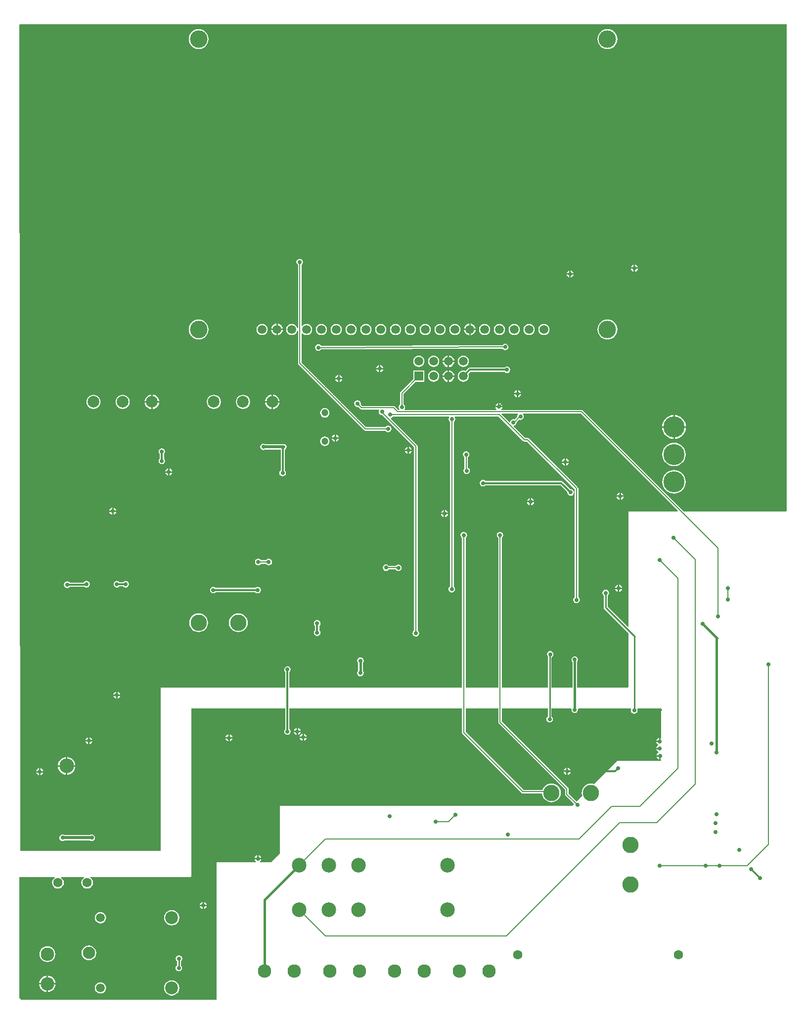
<source format=gbl>
G04 Layer_Physical_Order=2*
G04 Layer_Color=16711680*
%FSLAX43Y43*%
%MOMM*%
G71*
G01*
G75*
%ADD40C,0.200*%
%ADD41C,0.250*%
%ADD43C,0.300*%
%ADD44C,0.400*%
%ADD49C,0.500*%
%ADD66C,2.300*%
%ADD67C,2.500*%
%ADD68C,1.500*%
%ADD69R,1.500X1.500*%
%ADD70C,1.200*%
%ADD71C,2.800*%
%ADD72C,2.200*%
%ADD73C,2.100*%
%ADD74C,1.600*%
%ADD75C,3.000*%
%ADD76C,2.000*%
%ADD77C,3.600*%
%ADD78C,0.700*%
G36*
X110784Y169667D02*
X110682Y169515D01*
X110639Y169300D01*
X110644Y169276D01*
X110190Y168823D01*
X110000Y168861D01*
X109785Y168818D01*
X109603Y168697D01*
X109482Y168515D01*
X109451Y168361D01*
X109316Y168316D01*
X107956Y169677D01*
X108004Y169794D01*
X110738D01*
X110784Y169667D01*
D02*
G37*
G36*
X156769Y153238D02*
X156820Y153187D01*
X156693Y153060D01*
X139142D01*
X121886Y170316D01*
X121787Y170383D01*
X121670Y170406D01*
X121670Y170406D01*
X107927D01*
X107888Y170533D01*
X107935Y170565D01*
X108069Y170764D01*
X108091Y170873D01*
X106909D01*
X106931Y170764D01*
X107065Y170565D01*
X107112Y170533D01*
X107073Y170406D01*
X91362D01*
X91316Y170533D01*
X91418Y170685D01*
X91461Y170900D01*
X91418Y171115D01*
X91297Y171297D01*
X91206Y171357D01*
Y173173D01*
X93283Y175250D01*
X94750D01*
Y177150D01*
X92850D01*
Y175683D01*
X90684Y173516D01*
X90617Y173417D01*
X90594Y173300D01*
X90594Y173300D01*
Y171357D01*
X90503Y171297D01*
X90382Y171115D01*
X90339Y170900D01*
X90382Y170685D01*
X90481Y170538D01*
X90435Y170425D01*
X90321Y170412D01*
X89712Y171020D01*
X89613Y171087D01*
X89496Y171110D01*
X89496Y171110D01*
X84123D01*
X83840Y171393D01*
X83861Y171500D01*
X83818Y171715D01*
X83697Y171897D01*
X83515Y172018D01*
X83300Y172061D01*
X83085Y172018D01*
X82903Y171897D01*
X82782Y171715D01*
X82739Y171500D01*
X82782Y171285D01*
X82903Y171103D01*
X83085Y170982D01*
X83300Y170939D01*
X83407Y170960D01*
X83780Y170588D01*
X83780Y170588D01*
X83879Y170521D01*
X83996Y170498D01*
X83996Y170498D01*
X86952D01*
X87020Y170371D01*
X86982Y170315D01*
X86939Y170100D01*
X86982Y169885D01*
X87103Y169703D01*
X87285Y169582D01*
X87500Y169539D01*
X87527Y169545D01*
X92994Y164078D01*
Y132657D01*
X92903Y132597D01*
X92782Y132415D01*
X92739Y132200D01*
X92782Y131985D01*
X92903Y131803D01*
X93085Y131682D01*
X93300Y131639D01*
X93515Y131682D01*
X93697Y131803D01*
X93818Y131985D01*
X93861Y132200D01*
X93818Y132415D01*
X93697Y132597D01*
X93606Y132657D01*
Y164204D01*
X93606Y164204D01*
X93583Y164321D01*
X93516Y164421D01*
X93516Y164421D01*
X89006Y168931D01*
X89048Y169069D01*
X89115Y169082D01*
X89297Y169203D01*
X89357Y169294D01*
X98960D01*
X99028Y169167D01*
X98948Y169048D01*
X98906Y168834D01*
X98948Y168619D01*
X99070Y168437D01*
X99161Y168377D01*
Y140225D01*
X99044Y140147D01*
X98923Y139965D01*
X98880Y139751D01*
X98923Y139536D01*
X99044Y139354D01*
X99226Y139233D01*
X99441Y139190D01*
X99656Y139233D01*
X99838Y139354D01*
X99959Y139536D01*
X100002Y139751D01*
X99959Y139965D01*
X99838Y140147D01*
X99772Y140191D01*
Y168377D01*
X99863Y168437D01*
X99984Y168619D01*
X100027Y168834D01*
X99984Y169048D01*
X99905Y169167D01*
X99973Y169294D01*
X107473D01*
X111671Y165097D01*
X111770Y165030D01*
X111887Y165007D01*
X111887Y165007D01*
X112335D01*
X120494Y156848D01*
Y138357D01*
X120403Y138297D01*
X120282Y138115D01*
X120239Y137900D01*
X120282Y137685D01*
X120403Y137503D01*
X120585Y137382D01*
X120800Y137339D01*
X121015Y137382D01*
X121197Y137503D01*
X121318Y137685D01*
X121361Y137900D01*
X121318Y138115D01*
X121197Y138297D01*
X121106Y138357D01*
Y156974D01*
X121083Y157091D01*
X121016Y157191D01*
X112678Y165529D01*
X112578Y165596D01*
X112461Y165619D01*
X112461Y165619D01*
X112014D01*
X110016Y167616D01*
X110061Y167751D01*
X110215Y167782D01*
X110397Y167903D01*
X110518Y168085D01*
X110561Y168300D01*
X110556Y168324D01*
X111010Y168777D01*
X111200Y168739D01*
X111415Y168782D01*
X111597Y168903D01*
X111718Y169085D01*
X111761Y169300D01*
X111718Y169515D01*
X111616Y169667D01*
X111662Y169794D01*
X121543D01*
X138159Y153178D01*
X138111Y153060D01*
X129692D01*
Y133342D01*
X129575Y133294D01*
X126131Y136737D01*
Y138660D01*
X126197Y138703D01*
X126318Y138885D01*
X126361Y139100D01*
X126318Y139315D01*
X126197Y139497D01*
X126015Y139618D01*
X125800Y139661D01*
X125585Y139618D01*
X125403Y139497D01*
X125282Y139315D01*
X125239Y139100D01*
X125282Y138885D01*
X125403Y138703D01*
X125469Y138660D01*
Y136600D01*
X125494Y136473D01*
X125566Y136366D01*
X129692Y132239D01*
Y123063D01*
X129529Y122900D01*
X120908D01*
Y127320D01*
X121018Y127485D01*
X121061Y127700D01*
X121018Y127915D01*
X120897Y128097D01*
X120715Y128218D01*
X120500Y128261D01*
X120285Y128218D01*
X120103Y128097D01*
X119982Y127915D01*
X119939Y127700D01*
X119982Y127485D01*
X120092Y127320D01*
Y122900D01*
X116531D01*
Y128093D01*
X116697Y128203D01*
X116818Y128385D01*
X116861Y128600D01*
X116818Y128815D01*
X116697Y128997D01*
X116515Y129118D01*
X116300Y129161D01*
X116085Y129118D01*
X115903Y128997D01*
X115782Y128815D01*
X115739Y128600D01*
X115782Y128385D01*
X115869Y128256D01*
Y122900D01*
X108006D01*
Y148543D01*
X108097Y148603D01*
X108218Y148785D01*
X108261Y149000D01*
X108218Y149215D01*
X108097Y149397D01*
X107915Y149518D01*
X107700Y149561D01*
X107485Y149518D01*
X107303Y149397D01*
X107182Y149215D01*
X107139Y149000D01*
X107182Y148785D01*
X107303Y148603D01*
X107394Y148543D01*
Y122900D01*
X101806D01*
Y148543D01*
X101897Y148603D01*
X102018Y148785D01*
X102061Y149000D01*
X102018Y149215D01*
X101897Y149397D01*
X101715Y149518D01*
X101500Y149561D01*
X101285Y149518D01*
X101103Y149397D01*
X100982Y149215D01*
X100939Y149000D01*
X100982Y148785D01*
X101103Y148603D01*
X101194Y148543D01*
Y122900D01*
X71657D01*
Y125577D01*
X71697Y125603D01*
X71818Y125785D01*
X71861Y126000D01*
X71818Y126215D01*
X71697Y126397D01*
X71515Y126518D01*
X71300Y126561D01*
X71085Y126518D01*
X70903Y126397D01*
X70782Y126215D01*
X70739Y126000D01*
X70782Y125785D01*
X70903Y125603D01*
X70943Y125577D01*
Y122900D01*
X49600D01*
Y94948D01*
X49590Y94944D01*
X25537D01*
X25375Y236308D01*
X25464Y236398D01*
X156769D01*
Y153238D01*
D02*
G37*
G36*
X135509Y119101D02*
X135306Y118897D01*
Y114385D01*
X135179Y114281D01*
Y113690D01*
X135052D01*
Y113563D01*
X134461D01*
X134483Y113455D01*
X134616Y113255D01*
X134775Y113149D01*
X134782Y113017D01*
X134778Y113006D01*
X134630Y112907D01*
X134496Y112707D01*
X134474Y112598D01*
X135065D01*
Y112344D01*
X134474D01*
X134496Y112236D01*
X134630Y112036D01*
X134829Y111902D01*
X134842Y111900D01*
Y111770D01*
X134842Y111770D01*
X134642Y111637D01*
X134508Y111437D01*
X134487Y111328D01*
X135077D01*
Y111201D01*
X135204D01*
Y110611D01*
X135208Y110611D01*
X135306Y110531D01*
Y110338D01*
X127787D01*
X123854Y106404D01*
X123614Y106477D01*
X123300Y106508D01*
X122986Y106477D01*
X122685Y106385D01*
X122407Y106237D01*
X122163Y106037D01*
X121963Y105793D01*
X121815Y105515D01*
X121723Y105214D01*
X121692Y104900D01*
X121723Y104586D01*
X121796Y104346D01*
X120841Y103391D01*
X119457Y104775D01*
Y105549D01*
X119457Y105549D01*
X119434Y105666D01*
X119368Y105765D01*
X119368Y105765D01*
X108006Y117127D01*
Y119304D01*
X115869D01*
Y117940D01*
X115803Y117897D01*
X115682Y117715D01*
X115639Y117500D01*
X115682Y117285D01*
X115803Y117103D01*
X115985Y116982D01*
X116200Y116939D01*
X116415Y116982D01*
X116597Y117103D01*
X116718Y117285D01*
X116761Y117500D01*
X116718Y117715D01*
X116597Y117897D01*
X116531Y117940D01*
Y119304D01*
X119880D01*
X119960Y119206D01*
X119939Y119100D01*
X119982Y118885D01*
X120103Y118703D01*
X120285Y118582D01*
X120500Y118539D01*
X120715Y118582D01*
X120897Y118703D01*
X121018Y118885D01*
X121061Y119100D01*
X121040Y119206D01*
X121120Y119304D01*
X130084D01*
X130158Y119177D01*
X130122Y118999D01*
X130165Y118784D01*
X130286Y118602D01*
X130468Y118481D01*
X130683Y118438D01*
X130898Y118481D01*
X131080Y118602D01*
X131201Y118784D01*
X131244Y118999D01*
X131208Y119177D01*
X131282Y119304D01*
X135306D01*
X135509Y119101D01*
D02*
G37*
G36*
X107394Y117000D02*
X107394Y117000D01*
X107417Y116883D01*
X107484Y116784D01*
X118846Y105422D01*
Y104648D01*
X118846Y104648D01*
X118869Y104531D01*
X118935Y104432D01*
X120408Y102959D01*
X120117Y102667D01*
X70002D01*
Y98146D01*
Y94488D01*
X68504Y92989D01*
X66609D01*
X66570Y93116D01*
X66679Y93189D01*
X66812Y93389D01*
X66834Y93497D01*
X65653D01*
X65674Y93389D01*
X65808Y93189D01*
X65916Y93116D01*
X65878Y92989D01*
X59182D01*
Y69621D01*
X59207Y69596D01*
X59106Y69494D01*
X25655D01*
X25635Y69592D01*
X25580Y69675D01*
X25555Y69700D01*
X25472Y69755D01*
X25400Y69770D01*
Y90424D01*
X25421Y90475D01*
X31436Y90480D01*
X31443Y90469D01*
X31469Y90353D01*
X31287Y90213D01*
X31126Y90004D01*
X31026Y89761D01*
X30991Y89500D01*
X31026Y89239D01*
X31126Y88996D01*
X31287Y88787D01*
X31496Y88627D01*
X31739Y88526D01*
X32000Y88491D01*
X32261Y88526D01*
X32504Y88627D01*
X32713Y88787D01*
X32874Y88996D01*
X32974Y89239D01*
X33009Y89500D01*
X32974Y89761D01*
X32874Y90004D01*
X32713Y90213D01*
X32530Y90354D01*
X32552Y90462D01*
X32563Y90481D01*
X36441Y90484D01*
X36463Y90440D01*
X36475Y90357D01*
X36287Y90213D01*
X36126Y90004D01*
X36026Y89761D01*
X35991Y89500D01*
X36026Y89239D01*
X36126Y88996D01*
X36287Y88787D01*
X36496Y88627D01*
X36739Y88526D01*
X37000Y88491D01*
X37261Y88526D01*
X37504Y88627D01*
X37713Y88787D01*
X37874Y88996D01*
X37974Y89239D01*
X38009Y89500D01*
X37974Y89761D01*
X37874Y90004D01*
X37713Y90213D01*
X37524Y90358D01*
X37534Y90434D01*
X37558Y90485D01*
X54762Y90500D01*
X54864Y90602D01*
Y119304D01*
X70943D01*
Y115823D01*
X70903Y115797D01*
X70782Y115615D01*
X70739Y115400D01*
X70782Y115185D01*
X70903Y115003D01*
X71085Y114882D01*
X71300Y114839D01*
X71515Y114882D01*
X71697Y115003D01*
X71818Y115185D01*
X71861Y115400D01*
X71818Y115615D01*
X71697Y115797D01*
X71657Y115823D01*
Y119304D01*
X101194D01*
Y115200D01*
X101194Y115200D01*
X101217Y115083D01*
X101284Y114984D01*
X111384Y104884D01*
X111384Y104884D01*
X111483Y104817D01*
X111600Y104794D01*
X111600Y104794D01*
X114903D01*
X114923Y104586D01*
X115015Y104285D01*
X115163Y104007D01*
X115363Y103763D01*
X115607Y103563D01*
X115885Y103415D01*
X116186Y103323D01*
X116500Y103292D01*
X116814Y103323D01*
X117115Y103415D01*
X117393Y103563D01*
X117637Y103763D01*
X117837Y104007D01*
X117985Y104285D01*
X118077Y104586D01*
X118108Y104900D01*
X118077Y105214D01*
X117985Y105515D01*
X117837Y105793D01*
X117637Y106037D01*
X117393Y106237D01*
X117115Y106385D01*
X116814Y106477D01*
X116500Y106508D01*
X116186Y106477D01*
X115885Y106385D01*
X115607Y106237D01*
X115363Y106037D01*
X115163Y105793D01*
X115015Y105515D01*
X114981Y105406D01*
X111727D01*
X101806Y115327D01*
Y119304D01*
X107394D01*
Y117000D01*
D02*
G37*
%LPC*%
G36*
X126100Y235608D02*
X125767Y235575D01*
X125446Y235478D01*
X125151Y235320D01*
X124892Y235108D01*
X124680Y234849D01*
X124522Y234554D01*
X124425Y234233D01*
X124392Y233900D01*
X124425Y233567D01*
X124522Y233246D01*
X124680Y232951D01*
X124892Y232692D01*
X125151Y232480D01*
X125446Y232322D01*
X125767Y232225D01*
X126100Y232192D01*
X126433Y232225D01*
X126754Y232322D01*
X127049Y232480D01*
X127308Y232692D01*
X127520Y232951D01*
X127678Y233246D01*
X127775Y233567D01*
X127808Y233900D01*
X127775Y234233D01*
X127678Y234554D01*
X127520Y234849D01*
X127308Y235108D01*
X127049Y235320D01*
X126754Y235478D01*
X126433Y235575D01*
X126100Y235608D01*
D02*
G37*
G36*
X56100D02*
X55767Y235575D01*
X55446Y235478D01*
X55151Y235320D01*
X54892Y235108D01*
X54680Y234849D01*
X54522Y234554D01*
X54425Y234233D01*
X54392Y233900D01*
X54425Y233567D01*
X54522Y233246D01*
X54680Y232951D01*
X54892Y232692D01*
X55151Y232480D01*
X55446Y232322D01*
X55767Y232225D01*
X56100Y232192D01*
X56433Y232225D01*
X56754Y232322D01*
X57049Y232480D01*
X57308Y232692D01*
X57520Y232951D01*
X57678Y233246D01*
X57775Y233567D01*
X57808Y233900D01*
X57775Y234233D01*
X57678Y234554D01*
X57520Y234849D01*
X57308Y235108D01*
X57049Y235320D01*
X56754Y235478D01*
X56433Y235575D01*
X56100Y235608D01*
D02*
G37*
G36*
X130827Y195291D02*
Y194827D01*
X131291D01*
X131269Y194936D01*
X131135Y195135D01*
X130936Y195269D01*
X130827Y195291D01*
D02*
G37*
G36*
X130573D02*
X130464Y195269D01*
X130265Y195135D01*
X130131Y194936D01*
X130109Y194827D01*
X130573D01*
Y195291D01*
D02*
G37*
G36*
X131291Y194573D02*
X130827D01*
Y194109D01*
X130936Y194131D01*
X131135Y194265D01*
X131269Y194464D01*
X131291Y194573D01*
D02*
G37*
G36*
X130573D02*
X130109D01*
X130131Y194464D01*
X130265Y194265D01*
X130464Y194131D01*
X130573Y194109D01*
Y194573D01*
D02*
G37*
G36*
X119827Y194291D02*
Y193827D01*
X120291D01*
X120269Y193936D01*
X120135Y194135D01*
X119936Y194269D01*
X119827Y194291D01*
D02*
G37*
G36*
X119573D02*
X119464Y194269D01*
X119265Y194135D01*
X119131Y193936D01*
X119109Y193827D01*
X119573D01*
Y194291D01*
D02*
G37*
G36*
X120291Y193573D02*
X119827D01*
Y193109D01*
X119936Y193131D01*
X120135Y193265D01*
X120269Y193464D01*
X120291Y193573D01*
D02*
G37*
G36*
X119573D02*
X119109D01*
X119131Y193464D01*
X119265Y193265D01*
X119464Y193131D01*
X119573Y193109D01*
Y193573D01*
D02*
G37*
G36*
X73406Y196293D02*
X73191Y196250D01*
X73009Y196129D01*
X72888Y195947D01*
X72845Y195732D01*
X72888Y195518D01*
X73009Y195336D01*
X73100Y195275D01*
Y184467D01*
X72976Y184448D01*
X72880Y184679D01*
X72728Y184878D01*
X72529Y185030D01*
X72298Y185126D01*
X72050Y185158D01*
X71802Y185126D01*
X71571Y185030D01*
X71372Y184878D01*
X71220Y184679D01*
X71124Y184448D01*
X71092Y184200D01*
X71124Y183952D01*
X71220Y183721D01*
X71372Y183522D01*
X71571Y183370D01*
X71802Y183274D01*
X72050Y183242D01*
X72298Y183274D01*
X72529Y183370D01*
X72728Y183522D01*
X72880Y183721D01*
X72976Y183952D01*
X73100Y183933D01*
Y178410D01*
X73100Y178410D01*
X73123Y178293D01*
X73190Y178193D01*
X84417Y166967D01*
X84516Y166900D01*
X84633Y166877D01*
X84633Y166877D01*
X88087D01*
X88148Y166786D01*
X88330Y166665D01*
X88544Y166622D01*
X88759Y166665D01*
X88941Y166786D01*
X89062Y166968D01*
X89105Y167183D01*
X89062Y167397D01*
X88941Y167579D01*
X88759Y167701D01*
X88544Y167744D01*
X88330Y167701D01*
X88148Y167579D01*
X88087Y167489D01*
X84759D01*
X73712Y178536D01*
Y183575D01*
X73839Y183618D01*
X73912Y183522D01*
X74111Y183370D01*
X74342Y183274D01*
X74590Y183242D01*
X74838Y183274D01*
X75069Y183370D01*
X75268Y183522D01*
X75420Y183721D01*
X75516Y183952D01*
X75548Y184200D01*
X75516Y184448D01*
X75420Y184679D01*
X75268Y184878D01*
X75069Y185030D01*
X74838Y185126D01*
X74590Y185158D01*
X74342Y185126D01*
X74111Y185030D01*
X73912Y184878D01*
X73839Y184782D01*
X73712Y184825D01*
Y195275D01*
X73803Y195336D01*
X73924Y195518D01*
X73967Y195732D01*
X73924Y195947D01*
X73803Y196129D01*
X73621Y196250D01*
X73406Y196293D01*
D02*
G37*
G36*
X102657Y185196D02*
Y184327D01*
X103526D01*
X103508Y184462D01*
X103407Y184706D01*
X103246Y184916D01*
X103036Y185077D01*
X102792Y185178D01*
X102657Y185196D01*
D02*
G37*
G36*
X69637D02*
Y184327D01*
X70506D01*
X70488Y184462D01*
X70387Y184706D01*
X70226Y184916D01*
X70016Y185077D01*
X69772Y185178D01*
X69637Y185196D01*
D02*
G37*
G36*
X102403D02*
X102268Y185178D01*
X102024Y185077D01*
X101814Y184916D01*
X101653Y184706D01*
X101552Y184462D01*
X101534Y184327D01*
X102403D01*
Y185196D01*
D02*
G37*
G36*
X69383D02*
X69248Y185178D01*
X69004Y185077D01*
X68794Y184916D01*
X68633Y184706D01*
X68532Y184462D01*
X68514Y184327D01*
X69383D01*
Y185196D01*
D02*
G37*
G36*
X115230Y185158D02*
X114982Y185126D01*
X114751Y185030D01*
X114552Y184878D01*
X114400Y184679D01*
X114304Y184448D01*
X114272Y184200D01*
X114304Y183952D01*
X114400Y183721D01*
X114552Y183522D01*
X114751Y183370D01*
X114982Y183274D01*
X115230Y183242D01*
X115478Y183274D01*
X115709Y183370D01*
X115908Y183522D01*
X116060Y183721D01*
X116156Y183952D01*
X116188Y184200D01*
X116156Y184448D01*
X116060Y184679D01*
X115908Y184878D01*
X115709Y185030D01*
X115478Y185126D01*
X115230Y185158D01*
D02*
G37*
G36*
X112690D02*
X112442Y185126D01*
X112211Y185030D01*
X112012Y184878D01*
X111860Y184679D01*
X111764Y184448D01*
X111732Y184200D01*
X111764Y183952D01*
X111860Y183721D01*
X112012Y183522D01*
X112211Y183370D01*
X112442Y183274D01*
X112690Y183242D01*
X112938Y183274D01*
X113169Y183370D01*
X113368Y183522D01*
X113520Y183721D01*
X113616Y183952D01*
X113648Y184200D01*
X113616Y184448D01*
X113520Y184679D01*
X113368Y184878D01*
X113169Y185030D01*
X112938Y185126D01*
X112690Y185158D01*
D02*
G37*
G36*
X110150D02*
X109902Y185126D01*
X109671Y185030D01*
X109472Y184878D01*
X109320Y184679D01*
X109224Y184448D01*
X109192Y184200D01*
X109224Y183952D01*
X109320Y183721D01*
X109472Y183522D01*
X109671Y183370D01*
X109902Y183274D01*
X110150Y183242D01*
X110398Y183274D01*
X110629Y183370D01*
X110828Y183522D01*
X110980Y183721D01*
X111076Y183952D01*
X111108Y184200D01*
X111076Y184448D01*
X110980Y184679D01*
X110828Y184878D01*
X110629Y185030D01*
X110398Y185126D01*
X110150Y185158D01*
D02*
G37*
G36*
X107610D02*
X107362Y185126D01*
X107131Y185030D01*
X106932Y184878D01*
X106780Y184679D01*
X106684Y184448D01*
X106652Y184200D01*
X106684Y183952D01*
X106780Y183721D01*
X106932Y183522D01*
X107131Y183370D01*
X107362Y183274D01*
X107610Y183242D01*
X107858Y183274D01*
X108089Y183370D01*
X108288Y183522D01*
X108440Y183721D01*
X108536Y183952D01*
X108568Y184200D01*
X108536Y184448D01*
X108440Y184679D01*
X108288Y184878D01*
X108089Y185030D01*
X107858Y185126D01*
X107610Y185158D01*
D02*
G37*
G36*
X105070D02*
X104822Y185126D01*
X104591Y185030D01*
X104392Y184878D01*
X104240Y184679D01*
X104144Y184448D01*
X104112Y184200D01*
X104144Y183952D01*
X104240Y183721D01*
X104392Y183522D01*
X104591Y183370D01*
X104822Y183274D01*
X105070Y183242D01*
X105318Y183274D01*
X105549Y183370D01*
X105748Y183522D01*
X105900Y183721D01*
X105996Y183952D01*
X106028Y184200D01*
X105996Y184448D01*
X105900Y184679D01*
X105748Y184878D01*
X105549Y185030D01*
X105318Y185126D01*
X105070Y185158D01*
D02*
G37*
G36*
X99990D02*
X99742Y185126D01*
X99511Y185030D01*
X99312Y184878D01*
X99160Y184679D01*
X99064Y184448D01*
X99032Y184200D01*
X99064Y183952D01*
X99160Y183721D01*
X99312Y183522D01*
X99511Y183370D01*
X99742Y183274D01*
X99990Y183242D01*
X100238Y183274D01*
X100469Y183370D01*
X100668Y183522D01*
X100820Y183721D01*
X100916Y183952D01*
X100948Y184200D01*
X100916Y184448D01*
X100820Y184679D01*
X100668Y184878D01*
X100469Y185030D01*
X100238Y185126D01*
X99990Y185158D01*
D02*
G37*
G36*
X97450D02*
X97202Y185126D01*
X96971Y185030D01*
X96772Y184878D01*
X96620Y184679D01*
X96524Y184448D01*
X96492Y184200D01*
X96524Y183952D01*
X96620Y183721D01*
X96772Y183522D01*
X96971Y183370D01*
X97202Y183274D01*
X97450Y183242D01*
X97698Y183274D01*
X97929Y183370D01*
X98128Y183522D01*
X98280Y183721D01*
X98376Y183952D01*
X98408Y184200D01*
X98376Y184448D01*
X98280Y184679D01*
X98128Y184878D01*
X97929Y185030D01*
X97698Y185126D01*
X97450Y185158D01*
D02*
G37*
G36*
X94910D02*
X94662Y185126D01*
X94431Y185030D01*
X94232Y184878D01*
X94080Y184679D01*
X93984Y184448D01*
X93952Y184200D01*
X93984Y183952D01*
X94080Y183721D01*
X94232Y183522D01*
X94431Y183370D01*
X94662Y183274D01*
X94910Y183242D01*
X95158Y183274D01*
X95389Y183370D01*
X95588Y183522D01*
X95740Y183721D01*
X95836Y183952D01*
X95868Y184200D01*
X95836Y184448D01*
X95740Y184679D01*
X95588Y184878D01*
X95389Y185030D01*
X95158Y185126D01*
X94910Y185158D01*
D02*
G37*
G36*
X92370D02*
X92122Y185126D01*
X91891Y185030D01*
X91692Y184878D01*
X91540Y184679D01*
X91444Y184448D01*
X91412Y184200D01*
X91444Y183952D01*
X91540Y183721D01*
X91692Y183522D01*
X91891Y183370D01*
X92122Y183274D01*
X92370Y183242D01*
X92618Y183274D01*
X92849Y183370D01*
X93048Y183522D01*
X93200Y183721D01*
X93296Y183952D01*
X93328Y184200D01*
X93296Y184448D01*
X93200Y184679D01*
X93048Y184878D01*
X92849Y185030D01*
X92618Y185126D01*
X92370Y185158D01*
D02*
G37*
G36*
X89830D02*
X89582Y185126D01*
X89351Y185030D01*
X89152Y184878D01*
X89000Y184679D01*
X88904Y184448D01*
X88872Y184200D01*
X88904Y183952D01*
X89000Y183721D01*
X89152Y183522D01*
X89351Y183370D01*
X89582Y183274D01*
X89830Y183242D01*
X90078Y183274D01*
X90309Y183370D01*
X90508Y183522D01*
X90660Y183721D01*
X90756Y183952D01*
X90788Y184200D01*
X90756Y184448D01*
X90660Y184679D01*
X90508Y184878D01*
X90309Y185030D01*
X90078Y185126D01*
X89830Y185158D01*
D02*
G37*
G36*
X87290D02*
X87042Y185126D01*
X86811Y185030D01*
X86612Y184878D01*
X86460Y184679D01*
X86364Y184448D01*
X86332Y184200D01*
X86364Y183952D01*
X86460Y183721D01*
X86612Y183522D01*
X86811Y183370D01*
X87042Y183274D01*
X87290Y183242D01*
X87538Y183274D01*
X87769Y183370D01*
X87968Y183522D01*
X88120Y183721D01*
X88216Y183952D01*
X88248Y184200D01*
X88216Y184448D01*
X88120Y184679D01*
X87968Y184878D01*
X87769Y185030D01*
X87538Y185126D01*
X87290Y185158D01*
D02*
G37*
G36*
X84750D02*
X84502Y185126D01*
X84271Y185030D01*
X84072Y184878D01*
X83920Y184679D01*
X83824Y184448D01*
X83792Y184200D01*
X83824Y183952D01*
X83920Y183721D01*
X84072Y183522D01*
X84271Y183370D01*
X84502Y183274D01*
X84750Y183242D01*
X84998Y183274D01*
X85229Y183370D01*
X85428Y183522D01*
X85580Y183721D01*
X85676Y183952D01*
X85708Y184200D01*
X85676Y184448D01*
X85580Y184679D01*
X85428Y184878D01*
X85229Y185030D01*
X84998Y185126D01*
X84750Y185158D01*
D02*
G37*
G36*
X82210D02*
X81962Y185126D01*
X81731Y185030D01*
X81532Y184878D01*
X81380Y184679D01*
X81284Y184448D01*
X81252Y184200D01*
X81284Y183952D01*
X81380Y183721D01*
X81532Y183522D01*
X81731Y183370D01*
X81962Y183274D01*
X82210Y183242D01*
X82458Y183274D01*
X82689Y183370D01*
X82888Y183522D01*
X83040Y183721D01*
X83136Y183952D01*
X83168Y184200D01*
X83136Y184448D01*
X83040Y184679D01*
X82888Y184878D01*
X82689Y185030D01*
X82458Y185126D01*
X82210Y185158D01*
D02*
G37*
G36*
X79670D02*
X79422Y185126D01*
X79191Y185030D01*
X78992Y184878D01*
X78840Y184679D01*
X78744Y184448D01*
X78712Y184200D01*
X78744Y183952D01*
X78840Y183721D01*
X78992Y183522D01*
X79191Y183370D01*
X79422Y183274D01*
X79670Y183242D01*
X79918Y183274D01*
X80149Y183370D01*
X80348Y183522D01*
X80500Y183721D01*
X80596Y183952D01*
X80628Y184200D01*
X80596Y184448D01*
X80500Y184679D01*
X80348Y184878D01*
X80149Y185030D01*
X79918Y185126D01*
X79670Y185158D01*
D02*
G37*
G36*
X77130D02*
X76882Y185126D01*
X76651Y185030D01*
X76452Y184878D01*
X76300Y184679D01*
X76204Y184448D01*
X76172Y184200D01*
X76204Y183952D01*
X76300Y183721D01*
X76452Y183522D01*
X76651Y183370D01*
X76882Y183274D01*
X77130Y183242D01*
X77378Y183274D01*
X77609Y183370D01*
X77808Y183522D01*
X77960Y183721D01*
X78056Y183952D01*
X78088Y184200D01*
X78056Y184448D01*
X77960Y184679D01*
X77808Y184878D01*
X77609Y185030D01*
X77378Y185126D01*
X77130Y185158D01*
D02*
G37*
G36*
X66970D02*
X66722Y185126D01*
X66491Y185030D01*
X66292Y184878D01*
X66140Y184679D01*
X66044Y184448D01*
X66012Y184200D01*
X66044Y183952D01*
X66140Y183721D01*
X66292Y183522D01*
X66491Y183370D01*
X66722Y183274D01*
X66970Y183242D01*
X67218Y183274D01*
X67449Y183370D01*
X67648Y183522D01*
X67800Y183721D01*
X67896Y183952D01*
X67928Y184200D01*
X67896Y184448D01*
X67800Y184679D01*
X67648Y184878D01*
X67449Y185030D01*
X67218Y185126D01*
X66970Y185158D01*
D02*
G37*
G36*
X103526Y184073D02*
X102657D01*
Y183204D01*
X102792Y183222D01*
X103036Y183323D01*
X103246Y183484D01*
X103407Y183694D01*
X103508Y183938D01*
X103526Y184073D01*
D02*
G37*
G36*
X70506D02*
X69637D01*
Y183204D01*
X69772Y183222D01*
X70016Y183323D01*
X70226Y183484D01*
X70387Y183694D01*
X70488Y183938D01*
X70506Y184073D01*
D02*
G37*
G36*
X102403D02*
X101534D01*
X101552Y183938D01*
X101653Y183694D01*
X101814Y183484D01*
X102024Y183323D01*
X102268Y183222D01*
X102403Y183204D01*
Y184073D01*
D02*
G37*
G36*
X69383D02*
X68514D01*
X68532Y183938D01*
X68633Y183694D01*
X68794Y183484D01*
X69004Y183323D01*
X69248Y183222D01*
X69383Y183204D01*
Y184073D01*
D02*
G37*
G36*
X126100Y185908D02*
X125767Y185875D01*
X125446Y185778D01*
X125151Y185620D01*
X124892Y185408D01*
X124680Y185149D01*
X124522Y184854D01*
X124425Y184533D01*
X124392Y184200D01*
X124425Y183867D01*
X124522Y183546D01*
X124680Y183251D01*
X124892Y182992D01*
X125151Y182780D01*
X125446Y182622D01*
X125767Y182525D01*
X126100Y182492D01*
X126433Y182525D01*
X126754Y182622D01*
X127049Y182780D01*
X127308Y182992D01*
X127520Y183251D01*
X127678Y183546D01*
X127775Y183867D01*
X127808Y184200D01*
X127775Y184533D01*
X127678Y184854D01*
X127520Y185149D01*
X127308Y185408D01*
X127049Y185620D01*
X126754Y185778D01*
X126433Y185875D01*
X126100Y185908D01*
D02*
G37*
G36*
X56100D02*
X55767Y185875D01*
X55446Y185778D01*
X55151Y185620D01*
X54892Y185408D01*
X54680Y185149D01*
X54522Y184854D01*
X54425Y184533D01*
X54392Y184200D01*
X54425Y183867D01*
X54522Y183546D01*
X54680Y183251D01*
X54892Y182992D01*
X55151Y182780D01*
X55446Y182622D01*
X55767Y182525D01*
X56100Y182492D01*
X56433Y182525D01*
X56754Y182622D01*
X57049Y182780D01*
X57308Y182992D01*
X57520Y183251D01*
X57678Y183546D01*
X57775Y183867D01*
X57808Y184200D01*
X57775Y184533D01*
X57678Y184854D01*
X57520Y185149D01*
X57308Y185408D01*
X57049Y185620D01*
X56754Y185778D01*
X56433Y185875D01*
X56100Y185908D01*
D02*
G37*
G36*
X108600Y181761D02*
X108385Y181718D01*
X108203Y181597D01*
X108142Y181504D01*
X77056Y181407D01*
X76997Y181497D01*
X76815Y181618D01*
X76600Y181661D01*
X76385Y181618D01*
X76203Y181497D01*
X76082Y181315D01*
X76039Y181100D01*
X76082Y180885D01*
X76203Y180703D01*
X76385Y180582D01*
X76600Y180539D01*
X76815Y180582D01*
X76997Y180703D01*
X77058Y180796D01*
X108144Y180893D01*
X108203Y180803D01*
X108385Y180682D01*
X108600Y180639D01*
X108815Y180682D01*
X108997Y180803D01*
X109118Y180985D01*
X109161Y181200D01*
X109118Y181415D01*
X108997Y181597D01*
X108815Y181718D01*
X108600Y181761D01*
D02*
G37*
G36*
X99007Y179736D02*
Y178867D01*
X99876D01*
X99858Y179002D01*
X99757Y179246D01*
X99596Y179456D01*
X99386Y179617D01*
X99142Y179718D01*
X99007Y179736D01*
D02*
G37*
G36*
X98753D02*
X98618Y179718D01*
X98374Y179617D01*
X98164Y179456D01*
X98003Y179246D01*
X97902Y179002D01*
X97884Y178867D01*
X98753D01*
Y179736D01*
D02*
G37*
G36*
X101420Y179698D02*
X101172Y179666D01*
X100941Y179570D01*
X100742Y179418D01*
X100590Y179219D01*
X100494Y178988D01*
X100462Y178740D01*
X100494Y178492D01*
X100590Y178261D01*
X100742Y178062D01*
X100941Y177910D01*
X101172Y177814D01*
X101420Y177782D01*
X101668Y177814D01*
X101899Y177910D01*
X102098Y178062D01*
X102250Y178261D01*
X102346Y178492D01*
X102378Y178740D01*
X102346Y178988D01*
X102250Y179219D01*
X102098Y179418D01*
X101899Y179570D01*
X101668Y179666D01*
X101420Y179698D01*
D02*
G37*
G36*
X96340D02*
X96092Y179666D01*
X95861Y179570D01*
X95662Y179418D01*
X95510Y179219D01*
X95414Y178988D01*
X95382Y178740D01*
X95414Y178492D01*
X95510Y178261D01*
X95662Y178062D01*
X95861Y177910D01*
X96092Y177814D01*
X96340Y177782D01*
X96588Y177814D01*
X96819Y177910D01*
X97018Y178062D01*
X97170Y178261D01*
X97266Y178492D01*
X97298Y178740D01*
X97266Y178988D01*
X97170Y179219D01*
X97018Y179418D01*
X96819Y179570D01*
X96588Y179666D01*
X96340Y179698D01*
D02*
G37*
G36*
X93800D02*
X93552Y179666D01*
X93321Y179570D01*
X93122Y179418D01*
X92970Y179219D01*
X92874Y178988D01*
X92842Y178740D01*
X92874Y178492D01*
X92970Y178261D01*
X93122Y178062D01*
X93321Y177910D01*
X93552Y177814D01*
X93800Y177782D01*
X94048Y177814D01*
X94279Y177910D01*
X94478Y178062D01*
X94630Y178261D01*
X94726Y178492D01*
X94758Y178740D01*
X94726Y178988D01*
X94630Y179219D01*
X94478Y179418D01*
X94279Y179570D01*
X94048Y179666D01*
X93800Y179698D01*
D02*
G37*
G36*
X99876Y178613D02*
X99007D01*
Y177744D01*
X99142Y177762D01*
X99386Y177863D01*
X99596Y178024D01*
X99757Y178234D01*
X99858Y178478D01*
X99876Y178613D01*
D02*
G37*
G36*
X98753D02*
X97884D01*
X97902Y178478D01*
X98003Y178234D01*
X98164Y178024D01*
X98374Y177863D01*
X98618Y177762D01*
X98753Y177744D01*
Y178613D01*
D02*
G37*
G36*
X87227Y178091D02*
Y177627D01*
X87691D01*
X87669Y177736D01*
X87535Y177935D01*
X87336Y178069D01*
X87227Y178091D01*
D02*
G37*
G36*
X86973D02*
X86864Y178069D01*
X86665Y177935D01*
X86531Y177736D01*
X86509Y177627D01*
X86973D01*
Y178091D01*
D02*
G37*
G36*
X108900Y177861D02*
X108685Y177818D01*
X108503Y177697D01*
X108477Y177657D01*
X102520D01*
X102383Y177630D01*
X102268Y177552D01*
X101790Y177075D01*
X101668Y177126D01*
X101420Y177158D01*
X101172Y177126D01*
X100941Y177030D01*
X100742Y176878D01*
X100590Y176679D01*
X100494Y176448D01*
X100462Y176200D01*
X100494Y175952D01*
X100590Y175721D01*
X100742Y175522D01*
X100941Y175370D01*
X101172Y175274D01*
X101420Y175242D01*
X101668Y175274D01*
X101899Y175370D01*
X102098Y175522D01*
X102250Y175721D01*
X102346Y175952D01*
X102378Y176200D01*
X102346Y176448D01*
X102295Y176570D01*
X102668Y176943D01*
X108477D01*
X108503Y176903D01*
X108685Y176782D01*
X108900Y176739D01*
X109115Y176782D01*
X109297Y176903D01*
X109418Y177085D01*
X109461Y177300D01*
X109418Y177515D01*
X109297Y177697D01*
X109115Y177818D01*
X108900Y177861D01*
D02*
G37*
G36*
X87691Y177373D02*
X87227D01*
Y176909D01*
X87336Y176931D01*
X87535Y177065D01*
X87669Y177264D01*
X87691Y177373D01*
D02*
G37*
G36*
X86973D02*
X86509D01*
X86531Y177264D01*
X86665Y177065D01*
X86864Y176931D01*
X86973Y176909D01*
Y177373D01*
D02*
G37*
G36*
X99007Y177196D02*
Y176327D01*
X99876D01*
X99858Y176462D01*
X99757Y176706D01*
X99596Y176916D01*
X99386Y177077D01*
X99142Y177178D01*
X99007Y177196D01*
D02*
G37*
G36*
X98753D02*
X98618Y177178D01*
X98374Y177077D01*
X98164Y176916D01*
X98003Y176706D01*
X97902Y176462D01*
X97884Y176327D01*
X98753D01*
Y177196D01*
D02*
G37*
G36*
X80227Y176391D02*
Y175927D01*
X80691D01*
X80669Y176036D01*
X80535Y176235D01*
X80336Y176369D01*
X80227Y176391D01*
D02*
G37*
G36*
X79973D02*
X79864Y176369D01*
X79665Y176235D01*
X79531Y176036D01*
X79509Y175927D01*
X79973D01*
Y176391D01*
D02*
G37*
G36*
X96340Y177158D02*
X96092Y177126D01*
X95861Y177030D01*
X95662Y176878D01*
X95510Y176679D01*
X95414Y176448D01*
X95382Y176200D01*
X95414Y175952D01*
X95510Y175721D01*
X95662Y175522D01*
X95861Y175370D01*
X96092Y175274D01*
X96340Y175242D01*
X96588Y175274D01*
X96819Y175370D01*
X97018Y175522D01*
X97170Y175721D01*
X97266Y175952D01*
X97298Y176200D01*
X97266Y176448D01*
X97170Y176679D01*
X97018Y176878D01*
X96819Y177030D01*
X96588Y177126D01*
X96340Y177158D01*
D02*
G37*
G36*
X80691Y175673D02*
X80227D01*
Y175209D01*
X80336Y175231D01*
X80535Y175365D01*
X80669Y175564D01*
X80691Y175673D01*
D02*
G37*
G36*
X79973D02*
X79509D01*
X79531Y175564D01*
X79665Y175365D01*
X79864Y175231D01*
X79973Y175209D01*
Y175673D01*
D02*
G37*
G36*
X99876Y176073D02*
X99007D01*
Y175204D01*
X99142Y175222D01*
X99386Y175323D01*
X99596Y175484D01*
X99757Y175694D01*
X99858Y175938D01*
X99876Y176073D01*
D02*
G37*
G36*
X98753D02*
X97884D01*
X97902Y175938D01*
X98003Y175694D01*
X98164Y175484D01*
X98374Y175323D01*
X98618Y175222D01*
X98753Y175204D01*
Y176073D01*
D02*
G37*
G36*
X110827Y173791D02*
Y173327D01*
X111291D01*
X111269Y173436D01*
X111135Y173635D01*
X110936Y173769D01*
X110827Y173791D01*
D02*
G37*
G36*
X110573D02*
X110464Y173769D01*
X110265Y173635D01*
X110131Y173436D01*
X110109Y173327D01*
X110573D01*
Y173791D01*
D02*
G37*
G36*
X111291Y173073D02*
X110827D01*
Y172609D01*
X110936Y172631D01*
X111135Y172765D01*
X111269Y172964D01*
X111291Y173073D01*
D02*
G37*
G36*
X110573D02*
X110109D01*
X110131Y172964D01*
X110265Y172765D01*
X110464Y172631D01*
X110573Y172609D01*
Y173073D01*
D02*
G37*
G36*
X68827Y173048D02*
Y171927D01*
X69948D01*
X69922Y172127D01*
X69795Y172432D01*
X69594Y172694D01*
X69332Y172895D01*
X69027Y173022D01*
X68827Y173048D01*
D02*
G37*
G36*
X48227D02*
Y171927D01*
X49348D01*
X49322Y172127D01*
X49195Y172432D01*
X48994Y172694D01*
X48732Y172895D01*
X48427Y173022D01*
X48227Y173048D01*
D02*
G37*
G36*
X68573Y173048D02*
X68373Y173022D01*
X68068Y172895D01*
X67806Y172694D01*
X67605Y172432D01*
X67478Y172127D01*
X67452Y171927D01*
X68573D01*
Y173048D01*
D02*
G37*
G36*
X47973D02*
X47773Y173022D01*
X47468Y172895D01*
X47206Y172694D01*
X47005Y172432D01*
X46878Y172127D01*
X46852Y171927D01*
X47973D01*
Y173048D01*
D02*
G37*
G36*
X107627Y171591D02*
Y171127D01*
X108091D01*
X108069Y171236D01*
X107935Y171435D01*
X107736Y171569D01*
X107627Y171591D01*
D02*
G37*
G36*
X107373D02*
X107264Y171569D01*
X107065Y171435D01*
X106931Y171236D01*
X106909Y171127D01*
X107373D01*
Y171591D01*
D02*
G37*
G36*
X63700Y173010D02*
X63387Y172969D01*
X63095Y172848D01*
X62844Y172656D01*
X62652Y172405D01*
X62531Y172113D01*
X62490Y171800D01*
X62531Y171487D01*
X62652Y171195D01*
X62844Y170944D01*
X63095Y170752D01*
X63387Y170631D01*
X63700Y170590D01*
X64013Y170631D01*
X64305Y170752D01*
X64556Y170944D01*
X64748Y171195D01*
X64869Y171487D01*
X64910Y171800D01*
X64869Y172113D01*
X64748Y172405D01*
X64556Y172656D01*
X64305Y172848D01*
X64013Y172969D01*
X63700Y173010D01*
D02*
G37*
G36*
X58700D02*
X58387Y172969D01*
X58095Y172848D01*
X57844Y172656D01*
X57652Y172405D01*
X57531Y172113D01*
X57490Y171800D01*
X57531Y171487D01*
X57652Y171195D01*
X57844Y170944D01*
X58095Y170752D01*
X58387Y170631D01*
X58700Y170590D01*
X59013Y170631D01*
X59305Y170752D01*
X59556Y170944D01*
X59748Y171195D01*
X59869Y171487D01*
X59910Y171800D01*
X59869Y172113D01*
X59748Y172405D01*
X59556Y172656D01*
X59305Y172848D01*
X59013Y172969D01*
X58700Y173010D01*
D02*
G37*
G36*
X43100D02*
X42787Y172969D01*
X42495Y172848D01*
X42244Y172656D01*
X42052Y172405D01*
X41931Y172113D01*
X41890Y171800D01*
X41931Y171487D01*
X42052Y171195D01*
X42244Y170944D01*
X42495Y170752D01*
X42787Y170631D01*
X43100Y170590D01*
X43413Y170631D01*
X43705Y170752D01*
X43956Y170944D01*
X44148Y171195D01*
X44269Y171487D01*
X44310Y171800D01*
X44269Y172113D01*
X44148Y172405D01*
X43956Y172656D01*
X43705Y172848D01*
X43413Y172969D01*
X43100Y173010D01*
D02*
G37*
G36*
X38100D02*
X37787Y172969D01*
X37495Y172848D01*
X37244Y172656D01*
X37052Y172405D01*
X36931Y172113D01*
X36890Y171800D01*
X36931Y171487D01*
X37052Y171195D01*
X37244Y170944D01*
X37495Y170752D01*
X37787Y170631D01*
X38100Y170590D01*
X38413Y170631D01*
X38705Y170752D01*
X38956Y170944D01*
X39148Y171195D01*
X39269Y171487D01*
X39310Y171800D01*
X39269Y172113D01*
X39148Y172405D01*
X38956Y172656D01*
X38705Y172848D01*
X38413Y172969D01*
X38100Y173010D01*
D02*
G37*
G36*
X69948Y171673D02*
X68827D01*
Y170552D01*
X69027Y170578D01*
X69332Y170705D01*
X69594Y170906D01*
X69795Y171168D01*
X69922Y171473D01*
X69948Y171673D01*
D02*
G37*
G36*
X49348D02*
X48227D01*
Y170552D01*
X48427Y170578D01*
X48732Y170705D01*
X48994Y170906D01*
X49195Y171168D01*
X49322Y171473D01*
X49348Y171673D01*
D02*
G37*
G36*
X68573D02*
X67452D01*
X67478Y171473D01*
X67605Y171168D01*
X67806Y170906D01*
X68068Y170705D01*
X68373Y170578D01*
X68573Y170552D01*
Y171673D01*
D02*
G37*
G36*
X47973D02*
X46852D01*
X46878Y171473D01*
X47005Y171168D01*
X47206Y170906D01*
X47468Y170705D01*
X47773Y170578D01*
X47973Y170552D01*
Y171673D01*
D02*
G37*
G36*
X77700Y170747D02*
X77491Y170719D01*
X77297Y170639D01*
X77129Y170511D01*
X77001Y170343D01*
X76921Y170149D01*
X76893Y169940D01*
X76921Y169731D01*
X77001Y169537D01*
X77129Y169369D01*
X77297Y169241D01*
X77491Y169161D01*
X77700Y169133D01*
X77909Y169161D01*
X78103Y169241D01*
X78271Y169369D01*
X78399Y169537D01*
X78479Y169731D01*
X78507Y169940D01*
X78479Y170149D01*
X78399Y170343D01*
X78271Y170511D01*
X78103Y170639D01*
X77909Y170719D01*
X77700Y170747D01*
D02*
G37*
G36*
X137627Y169551D02*
Y167627D01*
X139551D01*
X139524Y167903D01*
X139407Y168290D01*
X139216Y168647D01*
X138959Y168959D01*
X138647Y169216D01*
X138290Y169407D01*
X137903Y169524D01*
X137627Y169551D01*
D02*
G37*
G36*
X137373Y169551D02*
X137097Y169524D01*
X136710Y169407D01*
X136353Y169216D01*
X136041Y168959D01*
X135784Y168647D01*
X135593Y168290D01*
X135476Y167903D01*
X135449Y167627D01*
X137373D01*
Y169551D01*
D02*
G37*
G36*
X79627Y166191D02*
Y165727D01*
X80091D01*
X80069Y165836D01*
X79935Y166035D01*
X79736Y166169D01*
X79627Y166191D01*
D02*
G37*
G36*
X79373D02*
X79264Y166169D01*
X79065Y166035D01*
X78931Y165836D01*
X78909Y165727D01*
X79373D01*
Y166191D01*
D02*
G37*
G36*
X137373Y167373D02*
X135449D01*
X135476Y167097D01*
X135593Y166710D01*
X135784Y166353D01*
X136041Y166041D01*
X136353Y165784D01*
X136710Y165593D01*
X137097Y165476D01*
X137373Y165449D01*
Y167373D01*
D02*
G37*
G36*
X139551D02*
X137627D01*
Y165449D01*
X137903Y165476D01*
X138290Y165593D01*
X138647Y165784D01*
X138959Y166041D01*
X139216Y166353D01*
X139407Y166710D01*
X139524Y167097D01*
X139551Y167373D01*
D02*
G37*
G36*
X80091Y165473D02*
X79627D01*
Y165009D01*
X79736Y165031D01*
X79935Y165165D01*
X80069Y165364D01*
X80091Y165473D01*
D02*
G37*
G36*
X79373D02*
X78909D01*
X78931Y165364D01*
X79065Y165165D01*
X79264Y165031D01*
X79373Y165009D01*
Y165473D01*
D02*
G37*
G36*
X77700Y165867D02*
X77491Y165839D01*
X77297Y165759D01*
X77129Y165631D01*
X77001Y165463D01*
X76921Y165269D01*
X76893Y165060D01*
X76921Y164851D01*
X77001Y164657D01*
X77129Y164489D01*
X77297Y164361D01*
X77491Y164281D01*
X77700Y164253D01*
X77909Y164281D01*
X78103Y164361D01*
X78271Y164489D01*
X78399Y164657D01*
X78479Y164851D01*
X78507Y165060D01*
X78479Y165269D01*
X78399Y165463D01*
X78271Y165631D01*
X78103Y165759D01*
X77909Y165839D01*
X77700Y165867D01*
D02*
G37*
G36*
X92127Y164091D02*
Y163627D01*
X92591D01*
X92569Y163736D01*
X92435Y163935D01*
X92236Y164069D01*
X92127Y164091D01*
D02*
G37*
G36*
X91873D02*
X91764Y164069D01*
X91565Y163935D01*
X91431Y163736D01*
X91409Y163627D01*
X91873D01*
Y164091D01*
D02*
G37*
G36*
X92591Y163373D02*
X92127D01*
Y162909D01*
X92236Y162931D01*
X92435Y163065D01*
X92569Y163264D01*
X92591Y163373D01*
D02*
G37*
G36*
X91873D02*
X91409D01*
X91431Y163264D01*
X91565Y163065D01*
X91764Y162931D01*
X91873Y162909D01*
Y163373D01*
D02*
G37*
G36*
X119027Y162086D02*
Y161623D01*
X119491D01*
X119469Y161731D01*
X119335Y161931D01*
X119136Y162065D01*
X119027Y162086D01*
D02*
G37*
G36*
X118773D02*
X118664Y162065D01*
X118465Y161931D01*
X118331Y161731D01*
X118309Y161623D01*
X118773D01*
Y162086D01*
D02*
G37*
G36*
X49800Y163861D02*
X49585Y163818D01*
X49403Y163697D01*
X49282Y163515D01*
X49239Y163300D01*
X49282Y163085D01*
X49403Y162903D01*
X49443Y162877D01*
Y162123D01*
X49403Y162097D01*
X49282Y161915D01*
X49239Y161700D01*
X49282Y161485D01*
X49403Y161303D01*
X49585Y161182D01*
X49800Y161139D01*
X50015Y161182D01*
X50197Y161303D01*
X50318Y161485D01*
X50361Y161700D01*
X50318Y161915D01*
X50197Y162097D01*
X50157Y162123D01*
Y162877D01*
X50197Y162903D01*
X50318Y163085D01*
X50361Y163300D01*
X50318Y163515D01*
X50197Y163697D01*
X50015Y163818D01*
X49800Y163861D01*
D02*
G37*
G36*
X119491Y161369D02*
X119027D01*
Y160905D01*
X119136Y160927D01*
X119335Y161060D01*
X119469Y161260D01*
X119491Y161369D01*
D02*
G37*
G36*
X118773D02*
X118309D01*
X118331Y161260D01*
X118465Y161060D01*
X118664Y160927D01*
X118773Y160905D01*
Y161369D01*
D02*
G37*
G36*
X137500Y164810D02*
X137108Y164771D01*
X136731Y164657D01*
X136383Y164471D01*
X136079Y164221D01*
X135829Y163917D01*
X135643Y163569D01*
X135529Y163192D01*
X135490Y162800D01*
X135529Y162408D01*
X135643Y162031D01*
X135829Y161683D01*
X136079Y161379D01*
X136383Y161129D01*
X136731Y160943D01*
X137108Y160829D01*
X137500Y160790D01*
X137892Y160829D01*
X138269Y160943D01*
X138617Y161129D01*
X138921Y161379D01*
X139171Y161683D01*
X139357Y162031D01*
X139471Y162408D01*
X139510Y162800D01*
X139471Y163192D01*
X139357Y163569D01*
X139171Y163917D01*
X138921Y164221D01*
X138617Y164471D01*
X138269Y164657D01*
X137892Y164771D01*
X137500Y164810D01*
D02*
G37*
G36*
X51127Y160391D02*
Y159927D01*
X51591D01*
X51569Y160036D01*
X51435Y160235D01*
X51236Y160369D01*
X51127Y160391D01*
D02*
G37*
G36*
X50873D02*
X50764Y160369D01*
X50565Y160235D01*
X50431Y160036D01*
X50409Y159927D01*
X50873D01*
Y160391D01*
D02*
G37*
G36*
X101900Y163361D02*
X101685Y163318D01*
X101503Y163197D01*
X101382Y163015D01*
X101339Y162800D01*
X101382Y162585D01*
X101503Y162403D01*
X101594Y162343D01*
Y160383D01*
X101482Y160215D01*
X101439Y160000D01*
X101482Y159785D01*
X101603Y159603D01*
X101785Y159482D01*
X102000Y159439D01*
X102215Y159482D01*
X102397Y159603D01*
X102518Y159785D01*
X102561Y160000D01*
X102518Y160215D01*
X102397Y160397D01*
X102215Y160518D01*
X102206Y160520D01*
Y162343D01*
X102297Y162403D01*
X102418Y162585D01*
X102461Y162800D01*
X102418Y163015D01*
X102297Y163197D01*
X102115Y163318D01*
X101900Y163361D01*
D02*
G37*
G36*
X51591Y159673D02*
X51127D01*
Y159209D01*
X51236Y159231D01*
X51435Y159365D01*
X51569Y159564D01*
X51591Y159673D01*
D02*
G37*
G36*
X50873D02*
X50409D01*
X50431Y159564D01*
X50565Y159365D01*
X50764Y159231D01*
X50873Y159209D01*
Y159673D01*
D02*
G37*
G36*
X67200Y164661D02*
X66985Y164618D01*
X66803Y164497D01*
X66682Y164315D01*
X66639Y164100D01*
X66682Y163885D01*
X66803Y163703D01*
X66985Y163582D01*
X67200Y163539D01*
X67415Y163582D01*
X67503Y163641D01*
X70078D01*
X70103Y163603D01*
X70143Y163577D01*
Y160072D01*
X70088Y160036D01*
X69967Y159854D01*
X69924Y159639D01*
X69967Y159424D01*
X70088Y159242D01*
X70270Y159121D01*
X70485Y159078D01*
X70700Y159121D01*
X70882Y159242D01*
X71003Y159424D01*
X71046Y159639D01*
X71003Y159854D01*
X70882Y160036D01*
X70857Y160052D01*
Y163577D01*
X70897Y163603D01*
X70986Y163737D01*
X71024Y163776D01*
X71124Y163924D01*
X71159Y164100D01*
X71124Y164276D01*
X71024Y164424D01*
X70876Y164524D01*
X70700Y164559D01*
X70510D01*
X70500Y164561D01*
X70490Y164559D01*
X67503D01*
X67415Y164618D01*
X67200Y164661D01*
D02*
G37*
G36*
X137500Y160110D02*
X137108Y160071D01*
X136731Y159957D01*
X136383Y159771D01*
X136079Y159521D01*
X135829Y159217D01*
X135643Y158869D01*
X135529Y158492D01*
X135490Y158100D01*
X135529Y157708D01*
X135643Y157331D01*
X135829Y156983D01*
X136079Y156679D01*
X136383Y156429D01*
X136731Y156243D01*
X137108Y156129D01*
X137500Y156090D01*
X137892Y156129D01*
X138269Y156243D01*
X138617Y156429D01*
X138921Y156679D01*
X139171Y156983D01*
X139357Y157331D01*
X139471Y157708D01*
X139510Y158100D01*
X139471Y158492D01*
X139357Y158869D01*
X139171Y159217D01*
X138921Y159521D01*
X138617Y159771D01*
X138269Y159957D01*
X137892Y160071D01*
X137500Y160110D01*
D02*
G37*
G36*
X128397Y156267D02*
Y155804D01*
X128861D01*
X128839Y155912D01*
X128705Y156112D01*
X128506Y156246D01*
X128397Y156267D01*
D02*
G37*
G36*
X128143D02*
X128034Y156246D01*
X127835Y156112D01*
X127701Y155912D01*
X127679Y155804D01*
X128143D01*
Y156267D01*
D02*
G37*
G36*
X104800Y158461D02*
X104585Y158418D01*
X104403Y158297D01*
X104282Y158115D01*
X104239Y157900D01*
X104282Y157685D01*
X104403Y157503D01*
X104585Y157382D01*
X104800Y157339D01*
X105015Y157382D01*
X105197Y157503D01*
X105223Y157543D01*
X118052D01*
X119249Y156347D01*
X119239Y156300D01*
X119282Y156085D01*
X119403Y155903D01*
X119585Y155782D01*
X119800Y155739D01*
X120015Y155782D01*
X120197Y155903D01*
X120318Y156085D01*
X120361Y156300D01*
X120318Y156515D01*
X120197Y156697D01*
X120015Y156818D01*
X119800Y156861D01*
X119753Y156851D01*
X118452Y158152D01*
X118337Y158230D01*
X118200Y158257D01*
X105223D01*
X105197Y158297D01*
X105015Y158418D01*
X104800Y158461D01*
D02*
G37*
G36*
X128861Y155550D02*
X128397D01*
Y155086D01*
X128506Y155108D01*
X128705Y155241D01*
X128839Y155441D01*
X128861Y155550D01*
D02*
G37*
G36*
X128143D02*
X127679D01*
X127701Y155441D01*
X127835Y155241D01*
X128034Y155108D01*
X128143Y155086D01*
Y155550D01*
D02*
G37*
G36*
X113055Y155327D02*
Y154864D01*
X113519D01*
X113497Y154972D01*
X113364Y155172D01*
X113164Y155306D01*
X113055Y155327D01*
D02*
G37*
G36*
X112801D02*
X112693Y155306D01*
X112493Y155172D01*
X112359Y154972D01*
X112338Y154864D01*
X112801D01*
Y155327D01*
D02*
G37*
G36*
X113519Y154610D02*
X113055D01*
Y154146D01*
X113164Y154168D01*
X113364Y154301D01*
X113497Y154501D01*
X113519Y154610D01*
D02*
G37*
G36*
X112801D02*
X112338D01*
X112359Y154501D01*
X112493Y154301D01*
X112693Y154168D01*
X112801Y154146D01*
Y154610D01*
D02*
G37*
G36*
X41527Y153691D02*
Y153227D01*
X41991D01*
X41969Y153336D01*
X41835Y153535D01*
X41636Y153669D01*
X41527Y153691D01*
D02*
G37*
G36*
X41273D02*
X41164Y153669D01*
X40965Y153535D01*
X40831Y153336D01*
X40809Y153227D01*
X41273D01*
Y153691D01*
D02*
G37*
G36*
X98327Y153291D02*
Y152827D01*
X98791D01*
X98769Y152936D01*
X98635Y153135D01*
X98436Y153269D01*
X98327Y153291D01*
D02*
G37*
G36*
X98073D02*
X97964Y153269D01*
X97765Y153135D01*
X97631Y152936D01*
X97609Y152827D01*
X98073D01*
Y153291D01*
D02*
G37*
G36*
X41991Y152973D02*
X41527D01*
Y152509D01*
X41636Y152531D01*
X41835Y152665D01*
X41969Y152864D01*
X41991Y152973D01*
D02*
G37*
G36*
X41273D02*
X40809D01*
X40831Y152864D01*
X40965Y152665D01*
X41164Y152531D01*
X41273Y152509D01*
Y152973D01*
D02*
G37*
G36*
X98791Y152573D02*
X98327D01*
Y152109D01*
X98436Y152131D01*
X98635Y152265D01*
X98769Y152464D01*
X98791Y152573D01*
D02*
G37*
G36*
X98073D02*
X97609D01*
X97631Y152464D01*
X97765Y152265D01*
X97964Y152131D01*
X98073Y152109D01*
Y152573D01*
D02*
G37*
G36*
X68100Y144961D02*
X67885Y144918D01*
X67703Y144797D01*
X67643Y144706D01*
X66757D01*
X66697Y144797D01*
X66515Y144918D01*
X66300Y144961D01*
X66085Y144918D01*
X65903Y144797D01*
X65782Y144615D01*
X65739Y144400D01*
X65782Y144185D01*
X65903Y144003D01*
X66085Y143882D01*
X66300Y143839D01*
X66515Y143882D01*
X66697Y144003D01*
X66757Y144094D01*
X67643D01*
X67703Y144003D01*
X67885Y143882D01*
X68100Y143839D01*
X68315Y143882D01*
X68497Y144003D01*
X68618Y144185D01*
X68661Y144400D01*
X68618Y144615D01*
X68497Y144797D01*
X68315Y144918D01*
X68100Y144961D01*
D02*
G37*
G36*
X88189Y143995D02*
X87974Y143952D01*
X87792Y143830D01*
X87671Y143648D01*
X87628Y143434D01*
X87671Y143219D01*
X87792Y143037D01*
X87974Y142916D01*
X88189Y142873D01*
X88403Y142916D01*
X88585Y143037D01*
X88646Y143128D01*
X89820D01*
X89903Y143003D01*
X90085Y142882D01*
X90300Y142839D01*
X90515Y142882D01*
X90697Y143003D01*
X90818Y143185D01*
X90861Y143400D01*
X90818Y143615D01*
X90697Y143797D01*
X90515Y143918D01*
X90300Y143961D01*
X90085Y143918D01*
X89903Y143797D01*
X89865Y143740D01*
X88646D01*
X88585Y143830D01*
X88403Y143952D01*
X88189Y143995D01*
D02*
G37*
G36*
X43600Y141161D02*
X43385Y141118D01*
X43203Y140997D01*
X43177Y140957D01*
X42523D01*
X42497Y140997D01*
X42315Y141118D01*
X42100Y141161D01*
X41885Y141118D01*
X41703Y140997D01*
X41582Y140815D01*
X41539Y140600D01*
X41582Y140385D01*
X41703Y140203D01*
X41885Y140082D01*
X42100Y140039D01*
X42315Y140082D01*
X42497Y140203D01*
X42523Y140243D01*
X43177D01*
X43203Y140203D01*
X43385Y140082D01*
X43600Y140039D01*
X43815Y140082D01*
X43997Y140203D01*
X44118Y140385D01*
X44161Y140600D01*
X44118Y140815D01*
X43997Y140997D01*
X43815Y141118D01*
X43600Y141161D01*
D02*
G37*
G36*
X36900D02*
X36685Y141118D01*
X36503Y140997D01*
X36410Y140857D01*
X34023D01*
X33997Y140897D01*
X33815Y141018D01*
X33600Y141061D01*
X33385Y141018D01*
X33203Y140897D01*
X33082Y140715D01*
X33039Y140500D01*
X33082Y140285D01*
X33203Y140103D01*
X33385Y139982D01*
X33600Y139939D01*
X33815Y139982D01*
X33997Y140103D01*
X34023Y140143D01*
X36594D01*
X36685Y140082D01*
X36900Y140039D01*
X37115Y140082D01*
X37297Y140203D01*
X37418Y140385D01*
X37461Y140600D01*
X37418Y140815D01*
X37297Y140997D01*
X37115Y141118D01*
X36900Y141161D01*
D02*
G37*
G36*
X128127Y140491D02*
Y140027D01*
X128591D01*
X128569Y140136D01*
X128435Y140335D01*
X128236Y140469D01*
X128127Y140491D01*
D02*
G37*
G36*
X127873D02*
X127764Y140469D01*
X127565Y140335D01*
X127431Y140136D01*
X127409Y140027D01*
X127873D01*
Y140491D01*
D02*
G37*
G36*
X66200Y140161D02*
X65985Y140118D01*
X65803Y139997D01*
X65777Y139957D01*
X59023D01*
X58997Y139997D01*
X58815Y140118D01*
X58600Y140161D01*
X58385Y140118D01*
X58203Y139997D01*
X58082Y139815D01*
X58039Y139600D01*
X58082Y139385D01*
X58203Y139203D01*
X58385Y139082D01*
X58600Y139039D01*
X58815Y139082D01*
X58997Y139203D01*
X59023Y139243D01*
X65777D01*
X65803Y139203D01*
X65985Y139082D01*
X66200Y139039D01*
X66415Y139082D01*
X66597Y139203D01*
X66718Y139385D01*
X66761Y139600D01*
X66718Y139815D01*
X66597Y139997D01*
X66415Y140118D01*
X66200Y140161D01*
D02*
G37*
G36*
X128591Y139773D02*
X128127D01*
Y139309D01*
X128236Y139331D01*
X128435Y139465D01*
X128569Y139664D01*
X128591Y139773D01*
D02*
G37*
G36*
X127873D02*
X127409D01*
X127431Y139664D01*
X127565Y139465D01*
X127764Y139331D01*
X127873Y139309D01*
Y139773D01*
D02*
G37*
G36*
X62900Y135608D02*
X62586Y135577D01*
X62285Y135485D01*
X62007Y135337D01*
X61763Y135137D01*
X61563Y134893D01*
X61415Y134615D01*
X61323Y134314D01*
X61292Y134000D01*
X61323Y133686D01*
X61415Y133385D01*
X61563Y133107D01*
X61763Y132863D01*
X62007Y132663D01*
X62285Y132515D01*
X62586Y132423D01*
X62900Y132392D01*
X63214Y132423D01*
X63515Y132515D01*
X63793Y132663D01*
X64037Y132863D01*
X64237Y133107D01*
X64385Y133385D01*
X64477Y133686D01*
X64508Y134000D01*
X64477Y134314D01*
X64385Y134615D01*
X64237Y134893D01*
X64037Y135137D01*
X63793Y135337D01*
X63515Y135485D01*
X63214Y135577D01*
X62900Y135608D01*
D02*
G37*
G36*
X56100D02*
X55786Y135577D01*
X55485Y135485D01*
X55207Y135337D01*
X54963Y135137D01*
X54763Y134893D01*
X54615Y134615D01*
X54523Y134314D01*
X54492Y134000D01*
X54523Y133686D01*
X54615Y133385D01*
X54763Y133107D01*
X54963Y132863D01*
X55207Y132663D01*
X55485Y132515D01*
X55786Y132423D01*
X56100Y132392D01*
X56414Y132423D01*
X56715Y132515D01*
X56993Y132663D01*
X57237Y132863D01*
X57437Y133107D01*
X57585Y133385D01*
X57677Y133686D01*
X57708Y134000D01*
X57677Y134314D01*
X57585Y134615D01*
X57437Y134893D01*
X57237Y135137D01*
X56993Y135337D01*
X56715Y135485D01*
X56414Y135577D01*
X56100Y135608D01*
D02*
G37*
G36*
X76400Y134461D02*
X76185Y134418D01*
X76003Y134297D01*
X75882Y134115D01*
X75839Y133900D01*
X75882Y133685D01*
X76003Y133503D01*
X76043Y133477D01*
Y132723D01*
X76003Y132697D01*
X75882Y132515D01*
X75839Y132300D01*
X75882Y132085D01*
X76003Y131903D01*
X76185Y131782D01*
X76400Y131739D01*
X76615Y131782D01*
X76797Y131903D01*
X76918Y132085D01*
X76961Y132300D01*
X76918Y132515D01*
X76797Y132697D01*
X76757Y132723D01*
Y133477D01*
X76797Y133503D01*
X76918Y133685D01*
X76961Y133900D01*
X76918Y134115D01*
X76797Y134297D01*
X76615Y134418D01*
X76400Y134461D01*
D02*
G37*
G36*
X83800Y128061D02*
X83585Y128018D01*
X83403Y127897D01*
X83282Y127715D01*
X83239Y127500D01*
X83282Y127285D01*
X83392Y127120D01*
Y125780D01*
X83282Y125615D01*
X83239Y125400D01*
X83282Y125185D01*
X83403Y125003D01*
X83585Y124882D01*
X83800Y124839D01*
X84015Y124882D01*
X84197Y125003D01*
X84318Y125185D01*
X84361Y125400D01*
X84318Y125615D01*
X84208Y125780D01*
Y127120D01*
X84318Y127285D01*
X84361Y127500D01*
X84318Y127715D01*
X84197Y127897D01*
X84015Y128018D01*
X83800Y128061D01*
D02*
G37*
G36*
X42227Y122191D02*
Y121727D01*
X42691D01*
X42669Y121836D01*
X42535Y122035D01*
X42336Y122169D01*
X42227Y122191D01*
D02*
G37*
G36*
X41973D02*
X41864Y122169D01*
X41665Y122035D01*
X41531Y121836D01*
X41509Y121727D01*
X41973D01*
Y122191D01*
D02*
G37*
G36*
X42691Y121473D02*
X42227D01*
Y121009D01*
X42336Y121031D01*
X42535Y121165D01*
X42669Y121364D01*
X42691Y121473D01*
D02*
G37*
G36*
X41973D02*
X41509D01*
X41531Y121364D01*
X41665Y121165D01*
X41864Y121031D01*
X41973Y121009D01*
Y121473D01*
D02*
G37*
G36*
X37427Y114391D02*
Y113927D01*
X37891D01*
X37869Y114036D01*
X37735Y114235D01*
X37536Y114369D01*
X37427Y114391D01*
D02*
G37*
G36*
X37173D02*
X37064Y114369D01*
X36865Y114235D01*
X36731Y114036D01*
X36709Y113927D01*
X37173D01*
Y114391D01*
D02*
G37*
G36*
X37891Y113673D02*
X37427D01*
Y113209D01*
X37536Y113231D01*
X37735Y113365D01*
X37869Y113564D01*
X37891Y113673D01*
D02*
G37*
G36*
X37173D02*
X36709D01*
X36731Y113564D01*
X36865Y113365D01*
X37064Y113231D01*
X37173Y113209D01*
Y113673D01*
D02*
G37*
G36*
X33627Y110999D02*
Y109627D01*
X34999D01*
X34982Y109795D01*
X34896Y110078D01*
X34757Y110340D01*
X34569Y110569D01*
X34340Y110757D01*
X34078Y110896D01*
X33795Y110982D01*
X33627Y110999D01*
D02*
G37*
G36*
X33373D02*
X33205Y110982D01*
X32922Y110896D01*
X32660Y110757D01*
X32431Y110569D01*
X32243Y110340D01*
X32104Y110078D01*
X32018Y109795D01*
X32001Y109627D01*
X33373D01*
Y110999D01*
D02*
G37*
G36*
X29027Y109091D02*
Y108627D01*
X29491D01*
X29469Y108736D01*
X29335Y108935D01*
X29136Y109069D01*
X29027Y109091D01*
D02*
G37*
G36*
X28773D02*
X28664Y109069D01*
X28465Y108935D01*
X28331Y108736D01*
X28309Y108627D01*
X28773D01*
Y109091D01*
D02*
G37*
G36*
X34999Y109373D02*
X33627D01*
Y108001D01*
X33795Y108018D01*
X34078Y108104D01*
X34340Y108243D01*
X34569Y108431D01*
X34757Y108660D01*
X34896Y108922D01*
X34982Y109205D01*
X34999Y109373D01*
D02*
G37*
G36*
X33373D02*
X32001D01*
X32018Y109205D01*
X32104Y108922D01*
X32243Y108660D01*
X32431Y108431D01*
X32660Y108243D01*
X32922Y108104D01*
X33205Y108018D01*
X33373Y108001D01*
Y109373D01*
D02*
G37*
G36*
X29491Y108373D02*
X29027D01*
Y107909D01*
X29136Y107931D01*
X29335Y108065D01*
X29469Y108264D01*
X29491Y108373D01*
D02*
G37*
G36*
X28773D02*
X28309D01*
X28331Y108264D01*
X28465Y108065D01*
X28664Y107931D01*
X28773Y107909D01*
Y108373D01*
D02*
G37*
G36*
X37800Y97761D02*
X37585Y97718D01*
X37497Y97659D01*
X33103D01*
X33015Y97718D01*
X32800Y97761D01*
X32585Y97718D01*
X32403Y97597D01*
X32282Y97415D01*
X32239Y97200D01*
X32282Y96985D01*
X32403Y96803D01*
X32585Y96682D01*
X32800Y96639D01*
X33015Y96682D01*
X33103Y96741D01*
X37497D01*
X37585Y96682D01*
X37800Y96639D01*
X38015Y96682D01*
X38197Y96803D01*
X38318Y96985D01*
X38361Y97200D01*
X38318Y97415D01*
X38197Y97597D01*
X38015Y97718D01*
X37800Y97761D01*
D02*
G37*
G36*
X134925Y114281D02*
X134816Y114259D01*
X134616Y114126D01*
X134483Y113926D01*
X134461Y113817D01*
X134925D01*
Y114281D01*
D02*
G37*
G36*
X134950Y111074D02*
X134487D01*
X134508Y110966D01*
X134642Y110766D01*
X134842Y110632D01*
X134950Y110611D01*
Y111074D01*
D02*
G37*
G36*
X119327Y109191D02*
Y108727D01*
X119791D01*
X119769Y108836D01*
X119635Y109035D01*
X119436Y109169D01*
X119327Y109191D01*
D02*
G37*
G36*
X119073D02*
X118964Y109169D01*
X118765Y109035D01*
X118631Y108836D01*
X118609Y108727D01*
X119073D01*
Y109191D01*
D02*
G37*
G36*
X119791Y108473D02*
X119327D01*
Y108009D01*
X119436Y108031D01*
X119635Y108165D01*
X119769Y108364D01*
X119791Y108473D01*
D02*
G37*
G36*
X119073D02*
X118609D01*
X118631Y108364D01*
X118765Y108165D01*
X118964Y108031D01*
X119073Y108009D01*
Y108473D01*
D02*
G37*
G36*
X73127Y115991D02*
Y115527D01*
X73591D01*
X73569Y115636D01*
X73435Y115835D01*
X73236Y115969D01*
X73127Y115991D01*
D02*
G37*
G36*
X72873D02*
X72764Y115969D01*
X72565Y115835D01*
X72431Y115636D01*
X72409Y115527D01*
X72873D01*
Y115991D01*
D02*
G37*
G36*
X73591Y115273D02*
X73127D01*
Y114809D01*
X73236Y114831D01*
X73435Y114965D01*
X73569Y115164D01*
X73591Y115273D01*
D02*
G37*
G36*
X72873D02*
X72409D01*
X72431Y115164D01*
X72565Y114965D01*
X72764Y114831D01*
X72873Y114809D01*
Y115273D01*
D02*
G37*
G36*
X74127Y114991D02*
Y114527D01*
X74591D01*
X74569Y114636D01*
X74435Y114835D01*
X74236Y114969D01*
X74127Y114991D01*
D02*
G37*
G36*
X73873D02*
X73764Y114969D01*
X73565Y114835D01*
X73431Y114636D01*
X73409Y114527D01*
X73873D01*
Y114991D01*
D02*
G37*
G36*
X61427Y114891D02*
Y114427D01*
X61891D01*
X61869Y114536D01*
X61735Y114735D01*
X61536Y114869D01*
X61427Y114891D01*
D02*
G37*
G36*
X61173D02*
X61064Y114869D01*
X60865Y114735D01*
X60731Y114536D01*
X60709Y114427D01*
X61173D01*
Y114891D01*
D02*
G37*
G36*
X74591Y114273D02*
X74127D01*
Y113809D01*
X74236Y113831D01*
X74435Y113965D01*
X74569Y114164D01*
X74591Y114273D01*
D02*
G37*
G36*
X73873D02*
X73409D01*
X73431Y114164D01*
X73565Y113965D01*
X73764Y113831D01*
X73873Y113809D01*
Y114273D01*
D02*
G37*
G36*
X61891Y114173D02*
X61427D01*
Y113709D01*
X61536Y113731D01*
X61735Y113865D01*
X61869Y114064D01*
X61891Y114173D01*
D02*
G37*
G36*
X61173D02*
X60709D01*
X60731Y114064D01*
X60865Y113865D01*
X61064Y113731D01*
X61173Y113709D01*
Y114173D01*
D02*
G37*
G36*
X66370Y94215D02*
Y93751D01*
X66834D01*
X66812Y93860D01*
X66679Y94060D01*
X66479Y94193D01*
X66370Y94215D01*
D02*
G37*
G36*
X66116D02*
X66008Y94193D01*
X65808Y94060D01*
X65674Y93860D01*
X65653Y93751D01*
X66116D01*
Y94215D01*
D02*
G37*
G36*
X57027Y86191D02*
Y85727D01*
X57491D01*
X57469Y85836D01*
X57335Y86035D01*
X57136Y86169D01*
X57027Y86191D01*
D02*
G37*
G36*
X56773D02*
X56664Y86169D01*
X56465Y86035D01*
X56331Y85836D01*
X56309Y85727D01*
X56773D01*
Y86191D01*
D02*
G37*
G36*
X57491Y85473D02*
X57027D01*
Y85009D01*
X57136Y85031D01*
X57335Y85165D01*
X57469Y85364D01*
X57491Y85473D01*
D02*
G37*
G36*
X56773D02*
X56309D01*
X56331Y85364D01*
X56465Y85165D01*
X56664Y85031D01*
X56773Y85009D01*
Y85473D01*
D02*
G37*
G36*
X39300Y84458D02*
X39052Y84426D01*
X38821Y84330D01*
X38622Y84178D01*
X38470Y83979D01*
X38374Y83748D01*
X38342Y83500D01*
X38374Y83252D01*
X38470Y83021D01*
X38622Y82822D01*
X38821Y82670D01*
X39052Y82574D01*
X39300Y82542D01*
X39548Y82574D01*
X39779Y82670D01*
X39978Y82822D01*
X40130Y83021D01*
X40226Y83252D01*
X40258Y83500D01*
X40226Y83748D01*
X40130Y83979D01*
X39978Y84178D01*
X39779Y84330D01*
X39548Y84426D01*
X39300Y84458D01*
D02*
G37*
G36*
X51500Y84811D02*
X51161Y84767D01*
X50844Y84636D01*
X50573Y84427D01*
X50364Y84156D01*
X50233Y83839D01*
X50189Y83500D01*
X50233Y83161D01*
X50364Y82844D01*
X50573Y82573D01*
X50844Y82364D01*
X51161Y82233D01*
X51500Y82189D01*
X51839Y82233D01*
X52156Y82364D01*
X52427Y82573D01*
X52636Y82844D01*
X52767Y83161D01*
X52811Y83500D01*
X52767Y83839D01*
X52636Y84156D01*
X52427Y84427D01*
X52156Y84636D01*
X51839Y84767D01*
X51500Y84811D01*
D02*
G37*
G36*
X37300Y78761D02*
X36974Y78718D01*
X36670Y78592D01*
X36408Y78392D01*
X36208Y78130D01*
X36082Y77826D01*
X36039Y77500D01*
X36082Y77174D01*
X36208Y76870D01*
X36408Y76608D01*
X36670Y76408D01*
X36974Y76282D01*
X37300Y76239D01*
X37626Y76282D01*
X37930Y76408D01*
X38192Y76608D01*
X38392Y76870D01*
X38518Y77174D01*
X38561Y77500D01*
X38518Y77826D01*
X38392Y78130D01*
X38192Y78392D01*
X37930Y78592D01*
X37626Y78718D01*
X37300Y78761D01*
D02*
G37*
G36*
X30200Y78642D02*
X29848Y78595D01*
X29519Y78459D01*
X29237Y78243D01*
X29021Y77961D01*
X28885Y77632D01*
X28838Y77280D01*
X28885Y76928D01*
X29021Y76599D01*
X29237Y76317D01*
X29519Y76101D01*
X29848Y75965D01*
X30200Y75918D01*
X30552Y75965D01*
X30881Y76101D01*
X31163Y76317D01*
X31379Y76599D01*
X31515Y76928D01*
X31562Y77280D01*
X31515Y77632D01*
X31379Y77961D01*
X31163Y78243D01*
X30881Y78459D01*
X30552Y78595D01*
X30200Y78642D01*
D02*
G37*
G36*
X52730Y77066D02*
X52516Y77023D01*
X52334Y76901D01*
X52212Y76719D01*
X52170Y76505D01*
X52212Y76290D01*
X52334Y76108D01*
X52374Y76082D01*
Y75370D01*
X52308Y75327D01*
X52187Y75145D01*
X52144Y74930D01*
X52187Y74715D01*
X52308Y74533D01*
X52490Y74412D01*
X52705Y74369D01*
X52920Y74412D01*
X53102Y74533D01*
X53223Y74715D01*
X53266Y74930D01*
X53223Y75145D01*
X53102Y75327D01*
X53036Y75370D01*
Y76048D01*
X53127Y76108D01*
X53248Y76290D01*
X53291Y76505D01*
X53248Y76719D01*
X53127Y76901D01*
X52945Y77023D01*
X52730Y77066D01*
D02*
G37*
G36*
X30327Y73599D02*
Y72327D01*
X31599D01*
X31568Y72567D01*
X31426Y72908D01*
X31201Y73201D01*
X30908Y73426D01*
X30567Y73568D01*
X30327Y73599D01*
D02*
G37*
G36*
X30073D02*
X29833Y73568D01*
X29492Y73426D01*
X29199Y73201D01*
X28974Y72908D01*
X28832Y72567D01*
X28801Y72327D01*
X30073D01*
Y73599D01*
D02*
G37*
G36*
X31599Y72073D02*
X30327D01*
Y70801D01*
X30567Y70832D01*
X30908Y70974D01*
X31201Y71199D01*
X31426Y71492D01*
X31568Y71833D01*
X31599Y72073D01*
D02*
G37*
G36*
X30073D02*
X28801D01*
X28832Y71833D01*
X28974Y71492D01*
X29199Y71199D01*
X29492Y70974D01*
X29833Y70832D01*
X30073Y70801D01*
Y72073D01*
D02*
G37*
G36*
X39300Y72458D02*
X39052Y72426D01*
X38821Y72330D01*
X38622Y72178D01*
X38470Y71979D01*
X38374Y71748D01*
X38342Y71500D01*
X38374Y71252D01*
X38470Y71021D01*
X38622Y70822D01*
X38821Y70670D01*
X39052Y70574D01*
X39300Y70542D01*
X39548Y70574D01*
X39779Y70670D01*
X39978Y70822D01*
X40130Y71021D01*
X40226Y71252D01*
X40258Y71500D01*
X40226Y71748D01*
X40130Y71979D01*
X39978Y72178D01*
X39779Y72330D01*
X39548Y72426D01*
X39300Y72458D01*
D02*
G37*
G36*
X51500Y72811D02*
X51161Y72767D01*
X50844Y72636D01*
X50573Y72427D01*
X50364Y72156D01*
X50233Y71839D01*
X50189Y71500D01*
X50233Y71161D01*
X50364Y70844D01*
X50573Y70573D01*
X50844Y70364D01*
X51161Y70233D01*
X51500Y70189D01*
X51839Y70233D01*
X52156Y70364D01*
X52427Y70573D01*
X52636Y70844D01*
X52767Y71161D01*
X52811Y71500D01*
X52767Y71839D01*
X52636Y72156D01*
X52427Y72427D01*
X52156Y72636D01*
X51839Y72767D01*
X51500Y72811D01*
D02*
G37*
%LPD*%
D40*
X153670Y96063D02*
Y126594D01*
X150007Y92400D02*
X153670Y96063D01*
X145300Y92400D02*
X150007D01*
X84633Y167183D02*
X88544D01*
X73406Y178410D02*
X84633Y167183D01*
X73406Y178410D02*
Y195732D01*
X83996Y170804D02*
X89496D01*
X83300Y171500D02*
X83996Y170804D01*
X89496D02*
X90200Y170100D01*
X88189Y143434D02*
X90266D01*
X90300Y143400D01*
X99441Y139751D02*
X99466Y139776D01*
Y168834D01*
X76600Y181100D02*
X108600Y181200D01*
X146700Y138000D02*
Y139900D01*
X66300Y144400D02*
X68100D01*
X111600Y105100D02*
X116300D01*
X116500Y104900D01*
X101500Y115200D02*
X111600Y105100D01*
X101500Y115200D02*
Y149000D01*
X73340Y84900D02*
X77840Y80400D01*
X101900Y160100D02*
X102000Y160000D01*
X101900Y160100D02*
Y162800D01*
X107700Y117000D02*
Y149000D01*
X87500Y170004D02*
Y170100D01*
X93300Y132200D02*
Y164204D01*
X87500Y170004D02*
X93300Y164204D01*
X90900Y170900D02*
Y173300D01*
X93800Y176200D01*
X110000Y168300D02*
X110100D01*
X111100Y169300D01*
X111200D01*
X88900Y169600D02*
X107600D01*
X107500Y171000D02*
X109700Y173200D01*
X110700D01*
X142900Y92400D02*
X145300D01*
X135000D02*
X142900D01*
X90200Y170100D02*
X121670D01*
X145000Y146770D01*
Y135100D02*
Y146770D01*
X77840Y80400D02*
X108746D01*
X128143Y99797D01*
X134518D01*
X96672Y99949D02*
X98851D01*
X100070Y101168D01*
X73340Y92500D02*
X77817Y96977D01*
X107700Y117000D02*
X119151Y105549D01*
Y104648D02*
X121006Y102794D01*
X119151Y104648D02*
Y105549D01*
X77817Y96977D02*
X121209D01*
X126822Y102591D01*
X131648D01*
X134518Y99797D02*
X141097Y106375D01*
X112461Y165313D02*
X120800Y156974D01*
X111887Y165313D02*
X112461D01*
X120800Y137900D02*
Y156974D01*
X107600Y169600D02*
X111887Y165313D01*
X141097Y106375D02*
Y144805D01*
X137363Y148539D02*
X141097Y144805D01*
X131648Y102591D02*
X138176Y109118D01*
Y141605D01*
X135001Y144780D02*
X138176Y141605D01*
D41*
X130683Y118999D02*
Y131565D01*
X130759Y131641D01*
X52705Y76479D02*
X52730Y76505D01*
X52705Y74930D02*
Y76479D01*
X116200Y128500D02*
X116300Y128600D01*
X116200Y117500D02*
Y128500D01*
X125800Y136600D02*
Y139100D01*
Y136600D02*
X130759Y131641D01*
D43*
X70500Y159654D02*
Y164000D01*
X70485Y159639D02*
X70500Y159654D01*
X127396Y108600D02*
X127889Y109093D01*
X119200Y108600D02*
X127396D01*
X102520Y177300D02*
X108900D01*
X101420Y176200D02*
X102520Y177300D01*
X49800Y161700D02*
Y163300D01*
X71300Y115400D02*
Y126000D01*
X104800Y157900D02*
X118200D01*
X119800Y156300D01*
X33600Y140500D02*
X36800D01*
X36900Y140600D01*
X42100D02*
X43600D01*
X58600Y139600D02*
X66200D01*
X76400Y132300D02*
Y133900D01*
X150700Y91800D02*
X152200Y90300D01*
D44*
X67420Y86580D02*
X73340Y92500D01*
X67420Y74400D02*
Y86580D01*
X83800Y125400D02*
Y127500D01*
X120500Y119100D02*
Y127700D01*
X142392Y133858D02*
X144856Y131394D01*
X144805Y131343D02*
X144856Y131394D01*
X144805Y111836D02*
Y131343D01*
D49*
X67200Y164100D02*
X70700D01*
X70600Y164000D02*
X70700Y164100D01*
X70500Y164000D02*
X70600D01*
X32800Y97200D02*
X37800D01*
D66*
X30200Y72200D02*
D03*
Y77280D02*
D03*
X72500Y74400D02*
D03*
X67420D02*
D03*
X83600D02*
D03*
X78520D02*
D03*
X94700D02*
D03*
X89620D02*
D03*
X105800D02*
D03*
X100720D02*
D03*
D67*
X33500Y109500D02*
D03*
X98740Y84900D02*
D03*
Y92500D02*
D03*
X83500Y84900D02*
D03*
Y92500D02*
D03*
X78420Y84900D02*
D03*
Y92500D02*
D03*
X73340Y84900D02*
D03*
Y92500D02*
D03*
D68*
X101420Y178740D02*
D03*
Y176200D02*
D03*
X98880Y178740D02*
D03*
Y176200D02*
D03*
X96340Y178740D02*
D03*
Y176200D02*
D03*
X93800Y178740D02*
D03*
X39300Y83500D02*
D03*
Y71500D02*
D03*
X66970Y184200D02*
D03*
X69510D02*
D03*
X72050D02*
D03*
X74590D02*
D03*
X77130D02*
D03*
X79670D02*
D03*
X82210D02*
D03*
X84750D02*
D03*
X87290D02*
D03*
X89830D02*
D03*
X94910D02*
D03*
X97450D02*
D03*
X99990D02*
D03*
X102530D02*
D03*
X105070D02*
D03*
X107610D02*
D03*
X110150D02*
D03*
X112690D02*
D03*
X115230D02*
D03*
X92370D02*
D03*
D69*
X93800Y176200D02*
D03*
D70*
X77700Y169940D02*
D03*
Y165060D02*
D03*
D71*
X130000Y96000D02*
D03*
Y89200D02*
D03*
X62900Y134000D02*
D03*
X56100D02*
D03*
X123300Y104900D02*
D03*
X116500D02*
D03*
D72*
X51500Y71500D02*
D03*
Y83500D02*
D03*
D73*
X37300Y77500D02*
D03*
D74*
X110750Y77200D02*
D03*
X138250D02*
D03*
X37000Y89500D02*
D03*
X32000D02*
D03*
D75*
X126100Y184200D02*
D03*
X56100D02*
D03*
Y233900D02*
D03*
X126100D02*
D03*
D76*
X48100Y171800D02*
D03*
X43100D02*
D03*
X38100D02*
D03*
X68700D02*
D03*
X63700D02*
D03*
X58700D02*
D03*
D77*
X137500Y158100D02*
D03*
Y162800D02*
D03*
Y167500D02*
D03*
D78*
X130683Y118999D02*
D03*
X73406Y195732D02*
D03*
X88544Y167183D02*
D03*
X88189Y143434D02*
D03*
X99441Y139751D02*
D03*
X99466Y168834D02*
D03*
X148700Y95100D02*
D03*
X118900Y161496D02*
D03*
X70485Y159639D02*
D03*
X127889Y109093D02*
D03*
X66243Y93624D02*
D03*
X52730Y76505D02*
D03*
X52705Y74930D02*
D03*
X102000Y160000D02*
D03*
X108600Y181200D02*
D03*
X76600Y181100D02*
D03*
X108900Y177300D02*
D03*
X104800Y157900D02*
D03*
X119800Y156300D02*
D03*
X49800Y161700D02*
D03*
Y163300D02*
D03*
X67200Y164100D02*
D03*
X70500Y164000D02*
D03*
X37800Y97200D02*
D03*
X71300Y115400D02*
D03*
Y126000D02*
D03*
X116200Y117500D02*
D03*
X116300Y128600D02*
D03*
X146700Y138000D02*
D03*
Y139900D02*
D03*
X90300Y143400D02*
D03*
X68100Y144400D02*
D03*
X66300D02*
D03*
X32800Y97200D02*
D03*
X107700Y149000D02*
D03*
X101500D02*
D03*
X87500Y170100D02*
D03*
X93300Y132200D02*
D03*
X120800Y137900D02*
D03*
X83300Y171500D02*
D03*
X145000Y135100D02*
D03*
X33600Y140500D02*
D03*
X36900Y140600D02*
D03*
X42100D02*
D03*
X43600D02*
D03*
X58600Y139600D02*
D03*
X66200D02*
D03*
X76400Y133900D02*
D03*
Y132300D02*
D03*
X152200Y90300D02*
D03*
X150700Y91800D02*
D03*
X41400Y153100D02*
D03*
X51000Y159800D02*
D03*
X80100Y175800D02*
D03*
X79500Y165600D02*
D03*
X87100Y177500D02*
D03*
X92000Y163500D02*
D03*
X98200Y152700D02*
D03*
X101900Y162800D02*
D03*
X128000Y139900D02*
D03*
X119200Y108600D02*
D03*
X135077Y111201D02*
D03*
X142900Y92400D02*
D03*
X145300D02*
D03*
X74000Y114400D02*
D03*
X73000Y115400D02*
D03*
X61300Y114300D02*
D03*
X37300Y113800D02*
D03*
X42100Y121600D02*
D03*
X28900Y108500D02*
D03*
X56900Y85600D02*
D03*
X144600Y98200D02*
D03*
X144800Y101200D02*
D03*
X144600Y99700D02*
D03*
X130700Y194700D02*
D03*
X119700Y193700D02*
D03*
X88800Y100900D02*
D03*
X83800Y127500D02*
D03*
Y125400D02*
D03*
X120500Y127700D02*
D03*
Y119100D02*
D03*
X125800Y139100D02*
D03*
X88900Y169600D02*
D03*
X90900Y170900D02*
D03*
X110000Y168300D02*
D03*
X111200Y169300D02*
D03*
X110700Y173200D02*
D03*
X107500Y171000D02*
D03*
X135000Y92400D02*
D03*
X142392Y133858D02*
D03*
X96672Y99949D02*
D03*
X100070Y101168D02*
D03*
X109042Y97765D02*
D03*
X121006Y102794D02*
D03*
X135052Y113690D02*
D03*
X135065Y112471D02*
D03*
X144805Y111836D02*
D03*
X143963Y113288D02*
D03*
X128270Y155677D02*
D03*
X112928Y154737D02*
D03*
X135001Y144780D02*
D03*
X137363Y148539D02*
D03*
X153620Y126848D02*
D03*
M02*

</source>
